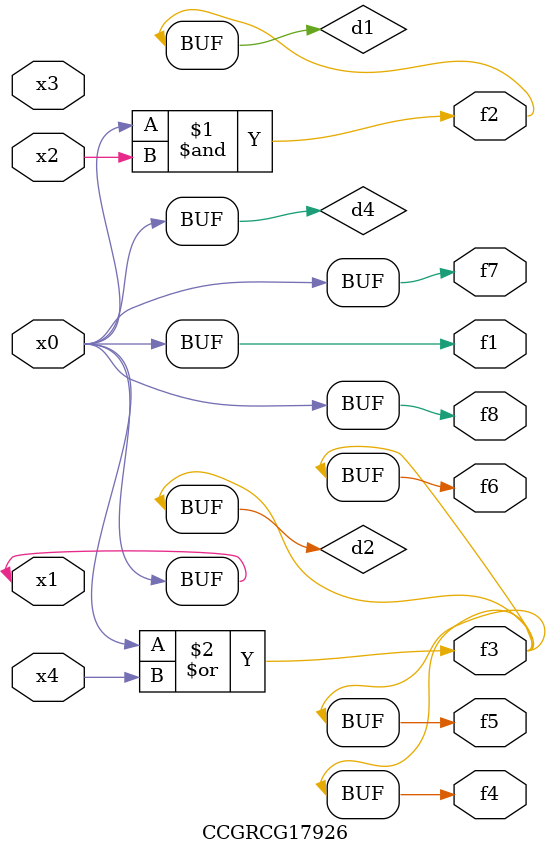
<source format=v>
module CCGRCG17926(
	input x0, x1, x2, x3, x4,
	output f1, f2, f3, f4, f5, f6, f7, f8
);

	wire d1, d2, d3, d4;

	and (d1, x0, x2);
	or (d2, x0, x4);
	nand (d3, x0, x2);
	buf (d4, x0, x1);
	assign f1 = d4;
	assign f2 = d1;
	assign f3 = d2;
	assign f4 = d2;
	assign f5 = d2;
	assign f6 = d2;
	assign f7 = d4;
	assign f8 = d4;
endmodule

</source>
